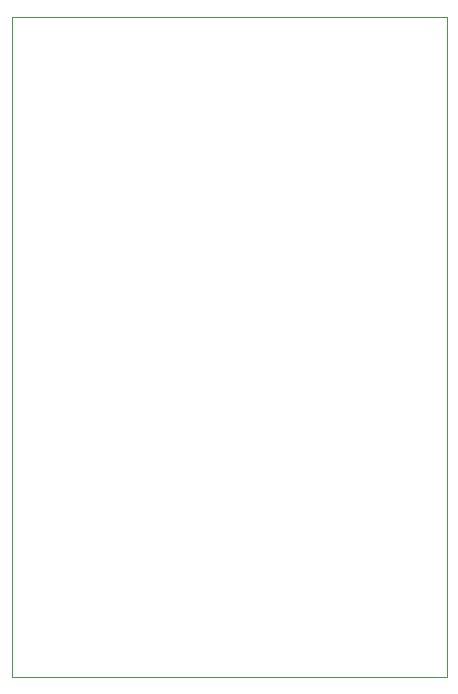
<source format=gbr>
%TF.GenerationSoftware,KiCad,Pcbnew,6.0.2+dfsg-1*%
%TF.CreationDate,2022-05-25T17:35:35+01:00*%
%TF.ProjectId,AY-3-8910 to 12 Adapter,41592d33-2d38-4393-9130-20746f203132,rev?*%
%TF.SameCoordinates,Original*%
%TF.FileFunction,Profile,NP*%
%FSLAX46Y46*%
G04 Gerber Fmt 4.6, Leading zero omitted, Abs format (unit mm)*
G04 Created by KiCad (PCBNEW 6.0.2+dfsg-1) date 2022-05-25 17:35:35*
%MOMM*%
%LPD*%
G01*
G04 APERTURE LIST*
%TA.AperFunction,Profile*%
%ADD10C,0.100000*%
%TD*%
G04 APERTURE END LIST*
D10*
X73660000Y-41910000D02*
X73660000Y-97790000D01*
X73660000Y-97790000D02*
X110490000Y-97790000D01*
X110490000Y-41910000D02*
X73660000Y-41910000D01*
X110490000Y-97790000D02*
X110490000Y-41910000D01*
M02*

</source>
